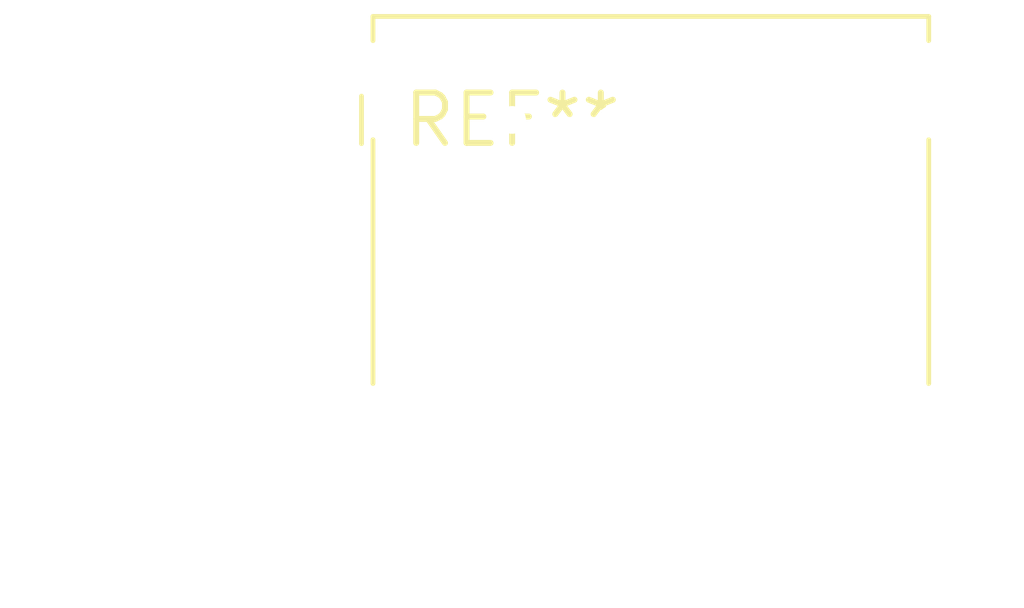
<source format=kicad_pcb>
(kicad_pcb (version 20240108) (generator pcbnew)
  (layers (0 "F.Cu" signal) (31 "B.Cu" signal) (34 "B.Paste" user) (35 "F.Paste" user) (36 "B.SilkS" user "B.Silkscreen") (37 "F.SilkS" user "F.Silkscreen") (38 "B.Mask" user) (39 "F.Mask" user) (44 "Edge.Cuts" user))
  (net 0 "")
  (footprint "USB3_A_Molex_48393-001" (layer "F.Cu") (at 0 0)
    (property "Reference" "REF**")
    (property "Value" "USB3_A_Molex_48393-001")
    (fp_line (start -3.8 -0.6) (end -3.8 0.6) (layer "F.SilkS") (stroke (width 0.12)))
    (fp_line (start -3.51 -2.61) (end -3.51 -2) (layer "F.SilkS") (stroke (width 0.12)))
    (fp_line (start -3.51 -2.61) (end 10.51 -2.61) (layer "F.SilkS") (stroke (width 0.12)))
    (fp_line (start -3.51 6.65) (end -3.51 0.5) (layer "F.SilkS") (stroke (width 0.12)))
    (fp_line (start 10.51 -2.61) (end 10.51 -2) (layer "F.SilkS") (stroke (width 0.12)))
    (fp_line (start 10.51 6.65) (end 10.51 0.5) (layer "F.SilkS") (stroke (width 0.12)))
    (pad "1" thru_hole roundrect (at 0 0) (size 1.2 1.2) (drill 0.7) (layers *.Cu *.Mask) (remove_unused_layers) (roundrect_rratio 0.2083333333))
    (pad "2" thru_hole circle (at 2.5 0) (size 1.2 1.2) (drill 0.7) (layers *.Cu *.Mask) (remove_unused_layers))
    (pad "3" thru_hole circle (at 4.5 0) (size 1.2 1.2) (drill 0.7) (layers *.Cu *.Mask) (remove_unused_layers))
    (pad "4" thru_hole circle (at 7 0) (size 1.2 1.2) (drill 0.7) (layers *.Cu *.Mask) (remove_unused_layers))
    (pad "5" thru_hole circle (at 7.5 -1.5) (size 1.2 1.2) (drill 0.7) (layers *.Cu *.Mask) (remove_unused_layers))
    (pad "6" thru_hole circle (at 5.5 -1.5) (size 1.2 1.2) (drill 0.7) (layers *.Cu *.Mask) (remove_unused_layers))
    (pad "7" thru_hole circle (at 3.5 -1.5) (size 1.2 1.2) (drill 0.7) (layers *.Cu *.Mask) (remove_unused_layers))
    (pad "8" thru_hole circle (at 1.5 -1.5) (size 1.2 1.2) (drill 0.7) (layers *.Cu *.Mask) (remove_unused_layers))
    (pad "9" thru_hole circle (at -0.5 -1.5) (size 1.2 1.2) (drill 0.7) (layers *.Cu *.Mask) (remove_unused_layers))
    (pad "10" thru_hole oval (at -2.9 -0.75) (size 1.2 2.4) (drill oval 0.6 1.7) (layers *.Cu *.Mask) (remove_unused_layers))
    (pad "10" thru_hole oval (at -2.9 7.75) (size 1.2 2.1) (drill oval 0.6 1.4) (layers *.Cu *.Mask) (remove_unused_layers))
    (pad "10" thru_hole oval (at 9.9 -0.75) (size 1.2 2.4) (drill oval 0.6 1.7) (layers *.Cu *.Mask) (remove_unused_layers))
    (pad "10" thru_hole oval (at 9.9 7.75) (size 1.2 2.1) (drill oval 0.6 1.4) (layers *.Cu *.Mask) (remove_unused_layers))
  )
)
</source>
